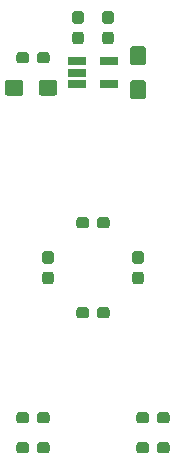
<source format=gbr>
G04 #@! TF.GenerationSoftware,KiCad,Pcbnew,(5.1.0)-1*
G04 #@! TF.CreationDate,2020-08-07T11:47:51-07:00*
G04 #@! TF.ProjectId,MAX7_Proto,4d415837-5f50-4726-9f74-6f2e6b696361,rev?*
G04 #@! TF.SameCoordinates,Original*
G04 #@! TF.FileFunction,Paste,Bot*
G04 #@! TF.FilePolarity,Positive*
%FSLAX46Y46*%
G04 Gerber Fmt 4.6, Leading zero omitted, Abs format (unit mm)*
G04 Created by KiCad (PCBNEW (5.1.0)-1) date 2020-08-07 11:47:51*
%MOMM*%
%LPD*%
G04 APERTURE LIST*
%ADD10C,0.100000*%
%ADD11C,0.950000*%
%ADD12C,1.350000*%
%ADD13R,1.560000X0.650000*%
G04 APERTURE END LIST*
D10*
G36*
X136595779Y-97316144D02*
G01*
X136618834Y-97319563D01*
X136641443Y-97325227D01*
X136663387Y-97333079D01*
X136684457Y-97343044D01*
X136704448Y-97355026D01*
X136723168Y-97368910D01*
X136740438Y-97384562D01*
X136756090Y-97401832D01*
X136769974Y-97420552D01*
X136781956Y-97440543D01*
X136791921Y-97461613D01*
X136799773Y-97483557D01*
X136805437Y-97506166D01*
X136808856Y-97529221D01*
X136810000Y-97552500D01*
X136810000Y-98027500D01*
X136808856Y-98050779D01*
X136805437Y-98073834D01*
X136799773Y-98096443D01*
X136791921Y-98118387D01*
X136781956Y-98139457D01*
X136769974Y-98159448D01*
X136756090Y-98178168D01*
X136740438Y-98195438D01*
X136723168Y-98211090D01*
X136704448Y-98224974D01*
X136684457Y-98236956D01*
X136663387Y-98246921D01*
X136641443Y-98254773D01*
X136618834Y-98260437D01*
X136595779Y-98263856D01*
X136572500Y-98265000D01*
X135997500Y-98265000D01*
X135974221Y-98263856D01*
X135951166Y-98260437D01*
X135928557Y-98254773D01*
X135906613Y-98246921D01*
X135885543Y-98236956D01*
X135865552Y-98224974D01*
X135846832Y-98211090D01*
X135829562Y-98195438D01*
X135813910Y-98178168D01*
X135800026Y-98159448D01*
X135788044Y-98139457D01*
X135778079Y-98118387D01*
X135770227Y-98096443D01*
X135764563Y-98073834D01*
X135761144Y-98050779D01*
X135760000Y-98027500D01*
X135760000Y-97552500D01*
X135761144Y-97529221D01*
X135764563Y-97506166D01*
X135770227Y-97483557D01*
X135778079Y-97461613D01*
X135788044Y-97440543D01*
X135800026Y-97420552D01*
X135813910Y-97401832D01*
X135829562Y-97384562D01*
X135846832Y-97368910D01*
X135865552Y-97355026D01*
X135885543Y-97343044D01*
X135906613Y-97333079D01*
X135928557Y-97325227D01*
X135951166Y-97319563D01*
X135974221Y-97316144D01*
X135997500Y-97315000D01*
X136572500Y-97315000D01*
X136595779Y-97316144D01*
X136595779Y-97316144D01*
G37*
D11*
X136285000Y-97790000D03*
D10*
G36*
X138345779Y-97316144D02*
G01*
X138368834Y-97319563D01*
X138391443Y-97325227D01*
X138413387Y-97333079D01*
X138434457Y-97343044D01*
X138454448Y-97355026D01*
X138473168Y-97368910D01*
X138490438Y-97384562D01*
X138506090Y-97401832D01*
X138519974Y-97420552D01*
X138531956Y-97440543D01*
X138541921Y-97461613D01*
X138549773Y-97483557D01*
X138555437Y-97506166D01*
X138558856Y-97529221D01*
X138560000Y-97552500D01*
X138560000Y-98027500D01*
X138558856Y-98050779D01*
X138555437Y-98073834D01*
X138549773Y-98096443D01*
X138541921Y-98118387D01*
X138531956Y-98139457D01*
X138519974Y-98159448D01*
X138506090Y-98178168D01*
X138490438Y-98195438D01*
X138473168Y-98211090D01*
X138454448Y-98224974D01*
X138434457Y-98236956D01*
X138413387Y-98246921D01*
X138391443Y-98254773D01*
X138368834Y-98260437D01*
X138345779Y-98263856D01*
X138322500Y-98265000D01*
X137747500Y-98265000D01*
X137724221Y-98263856D01*
X137701166Y-98260437D01*
X137678557Y-98254773D01*
X137656613Y-98246921D01*
X137635543Y-98236956D01*
X137615552Y-98224974D01*
X137596832Y-98211090D01*
X137579562Y-98195438D01*
X137563910Y-98178168D01*
X137550026Y-98159448D01*
X137538044Y-98139457D01*
X137528079Y-98118387D01*
X137520227Y-98096443D01*
X137514563Y-98073834D01*
X137511144Y-98050779D01*
X137510000Y-98027500D01*
X137510000Y-97552500D01*
X137511144Y-97529221D01*
X137514563Y-97506166D01*
X137520227Y-97483557D01*
X137528079Y-97461613D01*
X137538044Y-97440543D01*
X137550026Y-97420552D01*
X137563910Y-97401832D01*
X137579562Y-97384562D01*
X137596832Y-97368910D01*
X137615552Y-97355026D01*
X137635543Y-97343044D01*
X137656613Y-97333079D01*
X137678557Y-97325227D01*
X137701166Y-97319563D01*
X137724221Y-97316144D01*
X137747500Y-97315000D01*
X138322500Y-97315000D01*
X138345779Y-97316144D01*
X138345779Y-97316144D01*
G37*
D11*
X138035000Y-97790000D03*
D10*
G36*
X141230779Y-101951144D02*
G01*
X141253834Y-101954563D01*
X141276443Y-101960227D01*
X141298387Y-101968079D01*
X141319457Y-101978044D01*
X141339448Y-101990026D01*
X141358168Y-102003910D01*
X141375438Y-102019562D01*
X141391090Y-102036832D01*
X141404974Y-102055552D01*
X141416956Y-102075543D01*
X141426921Y-102096613D01*
X141434773Y-102118557D01*
X141440437Y-102141166D01*
X141443856Y-102164221D01*
X141445000Y-102187500D01*
X141445000Y-102762500D01*
X141443856Y-102785779D01*
X141440437Y-102808834D01*
X141434773Y-102831443D01*
X141426921Y-102853387D01*
X141416956Y-102874457D01*
X141404974Y-102894448D01*
X141391090Y-102913168D01*
X141375438Y-102930438D01*
X141358168Y-102946090D01*
X141339448Y-102959974D01*
X141319457Y-102971956D01*
X141298387Y-102981921D01*
X141276443Y-102989773D01*
X141253834Y-102995437D01*
X141230779Y-102998856D01*
X141207500Y-103000000D01*
X140732500Y-103000000D01*
X140709221Y-102998856D01*
X140686166Y-102995437D01*
X140663557Y-102989773D01*
X140641613Y-102981921D01*
X140620543Y-102971956D01*
X140600552Y-102959974D01*
X140581832Y-102946090D01*
X140564562Y-102930438D01*
X140548910Y-102913168D01*
X140535026Y-102894448D01*
X140523044Y-102874457D01*
X140513079Y-102853387D01*
X140505227Y-102831443D01*
X140499563Y-102808834D01*
X140496144Y-102785779D01*
X140495000Y-102762500D01*
X140495000Y-102187500D01*
X140496144Y-102164221D01*
X140499563Y-102141166D01*
X140505227Y-102118557D01*
X140513079Y-102096613D01*
X140523044Y-102075543D01*
X140535026Y-102055552D01*
X140548910Y-102036832D01*
X140564562Y-102019562D01*
X140581832Y-102003910D01*
X140600552Y-101990026D01*
X140620543Y-101978044D01*
X140641613Y-101968079D01*
X140663557Y-101960227D01*
X140686166Y-101954563D01*
X140709221Y-101951144D01*
X140732500Y-101950000D01*
X141207500Y-101950000D01*
X141230779Y-101951144D01*
X141230779Y-101951144D01*
G37*
D11*
X140970000Y-102475000D03*
D10*
G36*
X141230779Y-100201144D02*
G01*
X141253834Y-100204563D01*
X141276443Y-100210227D01*
X141298387Y-100218079D01*
X141319457Y-100228044D01*
X141339448Y-100240026D01*
X141358168Y-100253910D01*
X141375438Y-100269562D01*
X141391090Y-100286832D01*
X141404974Y-100305552D01*
X141416956Y-100325543D01*
X141426921Y-100346613D01*
X141434773Y-100368557D01*
X141440437Y-100391166D01*
X141443856Y-100414221D01*
X141445000Y-100437500D01*
X141445000Y-101012500D01*
X141443856Y-101035779D01*
X141440437Y-101058834D01*
X141434773Y-101081443D01*
X141426921Y-101103387D01*
X141416956Y-101124457D01*
X141404974Y-101144448D01*
X141391090Y-101163168D01*
X141375438Y-101180438D01*
X141358168Y-101196090D01*
X141339448Y-101209974D01*
X141319457Y-101221956D01*
X141298387Y-101231921D01*
X141276443Y-101239773D01*
X141253834Y-101245437D01*
X141230779Y-101248856D01*
X141207500Y-101250000D01*
X140732500Y-101250000D01*
X140709221Y-101248856D01*
X140686166Y-101245437D01*
X140663557Y-101239773D01*
X140641613Y-101231921D01*
X140620543Y-101221956D01*
X140600552Y-101209974D01*
X140581832Y-101196090D01*
X140564562Y-101180438D01*
X140548910Y-101163168D01*
X140535026Y-101144448D01*
X140523044Y-101124457D01*
X140513079Y-101103387D01*
X140505227Y-101081443D01*
X140499563Y-101058834D01*
X140496144Y-101035779D01*
X140495000Y-101012500D01*
X140495000Y-100437500D01*
X140496144Y-100414221D01*
X140499563Y-100391166D01*
X140505227Y-100368557D01*
X140513079Y-100346613D01*
X140523044Y-100325543D01*
X140535026Y-100305552D01*
X140548910Y-100286832D01*
X140564562Y-100269562D01*
X140581832Y-100253910D01*
X140600552Y-100240026D01*
X140620543Y-100228044D01*
X140641613Y-100218079D01*
X140663557Y-100210227D01*
X140686166Y-100204563D01*
X140709221Y-100201144D01*
X140732500Y-100200000D01*
X141207500Y-100200000D01*
X141230779Y-100201144D01*
X141230779Y-100201144D01*
G37*
D11*
X140970000Y-100725000D03*
D10*
G36*
X138690779Y-79881144D02*
G01*
X138713834Y-79884563D01*
X138736443Y-79890227D01*
X138758387Y-79898079D01*
X138779457Y-79908044D01*
X138799448Y-79920026D01*
X138818168Y-79933910D01*
X138835438Y-79949562D01*
X138851090Y-79966832D01*
X138864974Y-79985552D01*
X138876956Y-80005543D01*
X138886921Y-80026613D01*
X138894773Y-80048557D01*
X138900437Y-80071166D01*
X138903856Y-80094221D01*
X138905000Y-80117500D01*
X138905000Y-80692500D01*
X138903856Y-80715779D01*
X138900437Y-80738834D01*
X138894773Y-80761443D01*
X138886921Y-80783387D01*
X138876956Y-80804457D01*
X138864974Y-80824448D01*
X138851090Y-80843168D01*
X138835438Y-80860438D01*
X138818168Y-80876090D01*
X138799448Y-80889974D01*
X138779457Y-80901956D01*
X138758387Y-80911921D01*
X138736443Y-80919773D01*
X138713834Y-80925437D01*
X138690779Y-80928856D01*
X138667500Y-80930000D01*
X138192500Y-80930000D01*
X138169221Y-80928856D01*
X138146166Y-80925437D01*
X138123557Y-80919773D01*
X138101613Y-80911921D01*
X138080543Y-80901956D01*
X138060552Y-80889974D01*
X138041832Y-80876090D01*
X138024562Y-80860438D01*
X138008910Y-80843168D01*
X137995026Y-80824448D01*
X137983044Y-80804457D01*
X137973079Y-80783387D01*
X137965227Y-80761443D01*
X137959563Y-80738834D01*
X137956144Y-80715779D01*
X137955000Y-80692500D01*
X137955000Y-80117500D01*
X137956144Y-80094221D01*
X137959563Y-80071166D01*
X137965227Y-80048557D01*
X137973079Y-80026613D01*
X137983044Y-80005543D01*
X137995026Y-79985552D01*
X138008910Y-79966832D01*
X138024562Y-79949562D01*
X138041832Y-79933910D01*
X138060552Y-79920026D01*
X138080543Y-79908044D01*
X138101613Y-79898079D01*
X138123557Y-79890227D01*
X138146166Y-79884563D01*
X138169221Y-79881144D01*
X138192500Y-79880000D01*
X138667500Y-79880000D01*
X138690779Y-79881144D01*
X138690779Y-79881144D01*
G37*
D11*
X138430000Y-80405000D03*
D10*
G36*
X138690779Y-81631144D02*
G01*
X138713834Y-81634563D01*
X138736443Y-81640227D01*
X138758387Y-81648079D01*
X138779457Y-81658044D01*
X138799448Y-81670026D01*
X138818168Y-81683910D01*
X138835438Y-81699562D01*
X138851090Y-81716832D01*
X138864974Y-81735552D01*
X138876956Y-81755543D01*
X138886921Y-81776613D01*
X138894773Y-81798557D01*
X138900437Y-81821166D01*
X138903856Y-81844221D01*
X138905000Y-81867500D01*
X138905000Y-82442500D01*
X138903856Y-82465779D01*
X138900437Y-82488834D01*
X138894773Y-82511443D01*
X138886921Y-82533387D01*
X138876956Y-82554457D01*
X138864974Y-82574448D01*
X138851090Y-82593168D01*
X138835438Y-82610438D01*
X138818168Y-82626090D01*
X138799448Y-82639974D01*
X138779457Y-82651956D01*
X138758387Y-82661921D01*
X138736443Y-82669773D01*
X138713834Y-82675437D01*
X138690779Y-82678856D01*
X138667500Y-82680000D01*
X138192500Y-82680000D01*
X138169221Y-82678856D01*
X138146166Y-82675437D01*
X138123557Y-82669773D01*
X138101613Y-82661921D01*
X138080543Y-82651956D01*
X138060552Y-82639974D01*
X138041832Y-82626090D01*
X138024562Y-82610438D01*
X138008910Y-82593168D01*
X137995026Y-82574448D01*
X137983044Y-82554457D01*
X137973079Y-82533387D01*
X137965227Y-82511443D01*
X137959563Y-82488834D01*
X137956144Y-82465779D01*
X137955000Y-82442500D01*
X137955000Y-81867500D01*
X137956144Y-81844221D01*
X137959563Y-81821166D01*
X137965227Y-81798557D01*
X137973079Y-81776613D01*
X137983044Y-81755543D01*
X137995026Y-81735552D01*
X138008910Y-81716832D01*
X138024562Y-81699562D01*
X138041832Y-81683910D01*
X138060552Y-81670026D01*
X138080543Y-81658044D01*
X138101613Y-81648079D01*
X138123557Y-81640227D01*
X138146166Y-81634563D01*
X138169221Y-81631144D01*
X138192500Y-81630000D01*
X138667500Y-81630000D01*
X138690779Y-81631144D01*
X138690779Y-81631144D01*
G37*
D11*
X138430000Y-82155000D03*
D10*
G36*
X133265779Y-83346144D02*
G01*
X133288834Y-83349563D01*
X133311443Y-83355227D01*
X133333387Y-83363079D01*
X133354457Y-83373044D01*
X133374448Y-83385026D01*
X133393168Y-83398910D01*
X133410438Y-83414562D01*
X133426090Y-83431832D01*
X133439974Y-83450552D01*
X133451956Y-83470543D01*
X133461921Y-83491613D01*
X133469773Y-83513557D01*
X133475437Y-83536166D01*
X133478856Y-83559221D01*
X133480000Y-83582500D01*
X133480000Y-84057500D01*
X133478856Y-84080779D01*
X133475437Y-84103834D01*
X133469773Y-84126443D01*
X133461921Y-84148387D01*
X133451956Y-84169457D01*
X133439974Y-84189448D01*
X133426090Y-84208168D01*
X133410438Y-84225438D01*
X133393168Y-84241090D01*
X133374448Y-84254974D01*
X133354457Y-84266956D01*
X133333387Y-84276921D01*
X133311443Y-84284773D01*
X133288834Y-84290437D01*
X133265779Y-84293856D01*
X133242500Y-84295000D01*
X132667500Y-84295000D01*
X132644221Y-84293856D01*
X132621166Y-84290437D01*
X132598557Y-84284773D01*
X132576613Y-84276921D01*
X132555543Y-84266956D01*
X132535552Y-84254974D01*
X132516832Y-84241090D01*
X132499562Y-84225438D01*
X132483910Y-84208168D01*
X132470026Y-84189448D01*
X132458044Y-84169457D01*
X132448079Y-84148387D01*
X132440227Y-84126443D01*
X132434563Y-84103834D01*
X132431144Y-84080779D01*
X132430000Y-84057500D01*
X132430000Y-83582500D01*
X132431144Y-83559221D01*
X132434563Y-83536166D01*
X132440227Y-83513557D01*
X132448079Y-83491613D01*
X132458044Y-83470543D01*
X132470026Y-83450552D01*
X132483910Y-83431832D01*
X132499562Y-83414562D01*
X132516832Y-83398910D01*
X132535552Y-83385026D01*
X132555543Y-83373044D01*
X132576613Y-83363079D01*
X132598557Y-83355227D01*
X132621166Y-83349563D01*
X132644221Y-83346144D01*
X132667500Y-83345000D01*
X133242500Y-83345000D01*
X133265779Y-83346144D01*
X133265779Y-83346144D01*
G37*
D11*
X132955000Y-83820000D03*
D10*
G36*
X131515779Y-83346144D02*
G01*
X131538834Y-83349563D01*
X131561443Y-83355227D01*
X131583387Y-83363079D01*
X131604457Y-83373044D01*
X131624448Y-83385026D01*
X131643168Y-83398910D01*
X131660438Y-83414562D01*
X131676090Y-83431832D01*
X131689974Y-83450552D01*
X131701956Y-83470543D01*
X131711921Y-83491613D01*
X131719773Y-83513557D01*
X131725437Y-83536166D01*
X131728856Y-83559221D01*
X131730000Y-83582500D01*
X131730000Y-84057500D01*
X131728856Y-84080779D01*
X131725437Y-84103834D01*
X131719773Y-84126443D01*
X131711921Y-84148387D01*
X131701956Y-84169457D01*
X131689974Y-84189448D01*
X131676090Y-84208168D01*
X131660438Y-84225438D01*
X131643168Y-84241090D01*
X131624448Y-84254974D01*
X131604457Y-84266956D01*
X131583387Y-84276921D01*
X131561443Y-84284773D01*
X131538834Y-84290437D01*
X131515779Y-84293856D01*
X131492500Y-84295000D01*
X130917500Y-84295000D01*
X130894221Y-84293856D01*
X130871166Y-84290437D01*
X130848557Y-84284773D01*
X130826613Y-84276921D01*
X130805543Y-84266956D01*
X130785552Y-84254974D01*
X130766832Y-84241090D01*
X130749562Y-84225438D01*
X130733910Y-84208168D01*
X130720026Y-84189448D01*
X130708044Y-84169457D01*
X130698079Y-84148387D01*
X130690227Y-84126443D01*
X130684563Y-84103834D01*
X130681144Y-84080779D01*
X130680000Y-84057500D01*
X130680000Y-83582500D01*
X130681144Y-83559221D01*
X130684563Y-83536166D01*
X130690227Y-83513557D01*
X130698079Y-83491613D01*
X130708044Y-83470543D01*
X130720026Y-83450552D01*
X130733910Y-83431832D01*
X130749562Y-83414562D01*
X130766832Y-83398910D01*
X130785552Y-83385026D01*
X130805543Y-83373044D01*
X130826613Y-83363079D01*
X130848557Y-83355227D01*
X130871166Y-83349563D01*
X130894221Y-83346144D01*
X130917500Y-83345000D01*
X131492500Y-83345000D01*
X131515779Y-83346144D01*
X131515779Y-83346144D01*
G37*
D11*
X131205000Y-83820000D03*
D10*
G36*
X133610779Y-100201144D02*
G01*
X133633834Y-100204563D01*
X133656443Y-100210227D01*
X133678387Y-100218079D01*
X133699457Y-100228044D01*
X133719448Y-100240026D01*
X133738168Y-100253910D01*
X133755438Y-100269562D01*
X133771090Y-100286832D01*
X133784974Y-100305552D01*
X133796956Y-100325543D01*
X133806921Y-100346613D01*
X133814773Y-100368557D01*
X133820437Y-100391166D01*
X133823856Y-100414221D01*
X133825000Y-100437500D01*
X133825000Y-101012500D01*
X133823856Y-101035779D01*
X133820437Y-101058834D01*
X133814773Y-101081443D01*
X133806921Y-101103387D01*
X133796956Y-101124457D01*
X133784974Y-101144448D01*
X133771090Y-101163168D01*
X133755438Y-101180438D01*
X133738168Y-101196090D01*
X133719448Y-101209974D01*
X133699457Y-101221956D01*
X133678387Y-101231921D01*
X133656443Y-101239773D01*
X133633834Y-101245437D01*
X133610779Y-101248856D01*
X133587500Y-101250000D01*
X133112500Y-101250000D01*
X133089221Y-101248856D01*
X133066166Y-101245437D01*
X133043557Y-101239773D01*
X133021613Y-101231921D01*
X133000543Y-101221956D01*
X132980552Y-101209974D01*
X132961832Y-101196090D01*
X132944562Y-101180438D01*
X132928910Y-101163168D01*
X132915026Y-101144448D01*
X132903044Y-101124457D01*
X132893079Y-101103387D01*
X132885227Y-101081443D01*
X132879563Y-101058834D01*
X132876144Y-101035779D01*
X132875000Y-101012500D01*
X132875000Y-100437500D01*
X132876144Y-100414221D01*
X132879563Y-100391166D01*
X132885227Y-100368557D01*
X132893079Y-100346613D01*
X132903044Y-100325543D01*
X132915026Y-100305552D01*
X132928910Y-100286832D01*
X132944562Y-100269562D01*
X132961832Y-100253910D01*
X132980552Y-100240026D01*
X133000543Y-100228044D01*
X133021613Y-100218079D01*
X133043557Y-100210227D01*
X133066166Y-100204563D01*
X133089221Y-100201144D01*
X133112500Y-100200000D01*
X133587500Y-100200000D01*
X133610779Y-100201144D01*
X133610779Y-100201144D01*
G37*
D11*
X133350000Y-100725000D03*
D10*
G36*
X133610779Y-101951144D02*
G01*
X133633834Y-101954563D01*
X133656443Y-101960227D01*
X133678387Y-101968079D01*
X133699457Y-101978044D01*
X133719448Y-101990026D01*
X133738168Y-102003910D01*
X133755438Y-102019562D01*
X133771090Y-102036832D01*
X133784974Y-102055552D01*
X133796956Y-102075543D01*
X133806921Y-102096613D01*
X133814773Y-102118557D01*
X133820437Y-102141166D01*
X133823856Y-102164221D01*
X133825000Y-102187500D01*
X133825000Y-102762500D01*
X133823856Y-102785779D01*
X133820437Y-102808834D01*
X133814773Y-102831443D01*
X133806921Y-102853387D01*
X133796956Y-102874457D01*
X133784974Y-102894448D01*
X133771090Y-102913168D01*
X133755438Y-102930438D01*
X133738168Y-102946090D01*
X133719448Y-102959974D01*
X133699457Y-102971956D01*
X133678387Y-102981921D01*
X133656443Y-102989773D01*
X133633834Y-102995437D01*
X133610779Y-102998856D01*
X133587500Y-103000000D01*
X133112500Y-103000000D01*
X133089221Y-102998856D01*
X133066166Y-102995437D01*
X133043557Y-102989773D01*
X133021613Y-102981921D01*
X133000543Y-102971956D01*
X132980552Y-102959974D01*
X132961832Y-102946090D01*
X132944562Y-102930438D01*
X132928910Y-102913168D01*
X132915026Y-102894448D01*
X132903044Y-102874457D01*
X132893079Y-102853387D01*
X132885227Y-102831443D01*
X132879563Y-102808834D01*
X132876144Y-102785779D01*
X132875000Y-102762500D01*
X132875000Y-102187500D01*
X132876144Y-102164221D01*
X132879563Y-102141166D01*
X132885227Y-102118557D01*
X132893079Y-102096613D01*
X132903044Y-102075543D01*
X132915026Y-102055552D01*
X132928910Y-102036832D01*
X132944562Y-102019562D01*
X132961832Y-102003910D01*
X132980552Y-101990026D01*
X133000543Y-101978044D01*
X133021613Y-101968079D01*
X133043557Y-101960227D01*
X133066166Y-101954563D01*
X133089221Y-101951144D01*
X133112500Y-101950000D01*
X133587500Y-101950000D01*
X133610779Y-101951144D01*
X133610779Y-101951144D01*
G37*
D11*
X133350000Y-102475000D03*
D10*
G36*
X138345779Y-104936144D02*
G01*
X138368834Y-104939563D01*
X138391443Y-104945227D01*
X138413387Y-104953079D01*
X138434457Y-104963044D01*
X138454448Y-104975026D01*
X138473168Y-104988910D01*
X138490438Y-105004562D01*
X138506090Y-105021832D01*
X138519974Y-105040552D01*
X138531956Y-105060543D01*
X138541921Y-105081613D01*
X138549773Y-105103557D01*
X138555437Y-105126166D01*
X138558856Y-105149221D01*
X138560000Y-105172500D01*
X138560000Y-105647500D01*
X138558856Y-105670779D01*
X138555437Y-105693834D01*
X138549773Y-105716443D01*
X138541921Y-105738387D01*
X138531956Y-105759457D01*
X138519974Y-105779448D01*
X138506090Y-105798168D01*
X138490438Y-105815438D01*
X138473168Y-105831090D01*
X138454448Y-105844974D01*
X138434457Y-105856956D01*
X138413387Y-105866921D01*
X138391443Y-105874773D01*
X138368834Y-105880437D01*
X138345779Y-105883856D01*
X138322500Y-105885000D01*
X137747500Y-105885000D01*
X137724221Y-105883856D01*
X137701166Y-105880437D01*
X137678557Y-105874773D01*
X137656613Y-105866921D01*
X137635543Y-105856956D01*
X137615552Y-105844974D01*
X137596832Y-105831090D01*
X137579562Y-105815438D01*
X137563910Y-105798168D01*
X137550026Y-105779448D01*
X137538044Y-105759457D01*
X137528079Y-105738387D01*
X137520227Y-105716443D01*
X137514563Y-105693834D01*
X137511144Y-105670779D01*
X137510000Y-105647500D01*
X137510000Y-105172500D01*
X137511144Y-105149221D01*
X137514563Y-105126166D01*
X137520227Y-105103557D01*
X137528079Y-105081613D01*
X137538044Y-105060543D01*
X137550026Y-105040552D01*
X137563910Y-105021832D01*
X137579562Y-105004562D01*
X137596832Y-104988910D01*
X137615552Y-104975026D01*
X137635543Y-104963044D01*
X137656613Y-104953079D01*
X137678557Y-104945227D01*
X137701166Y-104939563D01*
X137724221Y-104936144D01*
X137747500Y-104935000D01*
X138322500Y-104935000D01*
X138345779Y-104936144D01*
X138345779Y-104936144D01*
G37*
D11*
X138035000Y-105410000D03*
D10*
G36*
X136595779Y-104936144D02*
G01*
X136618834Y-104939563D01*
X136641443Y-104945227D01*
X136663387Y-104953079D01*
X136684457Y-104963044D01*
X136704448Y-104975026D01*
X136723168Y-104988910D01*
X136740438Y-105004562D01*
X136756090Y-105021832D01*
X136769974Y-105040552D01*
X136781956Y-105060543D01*
X136791921Y-105081613D01*
X136799773Y-105103557D01*
X136805437Y-105126166D01*
X136808856Y-105149221D01*
X136810000Y-105172500D01*
X136810000Y-105647500D01*
X136808856Y-105670779D01*
X136805437Y-105693834D01*
X136799773Y-105716443D01*
X136791921Y-105738387D01*
X136781956Y-105759457D01*
X136769974Y-105779448D01*
X136756090Y-105798168D01*
X136740438Y-105815438D01*
X136723168Y-105831090D01*
X136704448Y-105844974D01*
X136684457Y-105856956D01*
X136663387Y-105866921D01*
X136641443Y-105874773D01*
X136618834Y-105880437D01*
X136595779Y-105883856D01*
X136572500Y-105885000D01*
X135997500Y-105885000D01*
X135974221Y-105883856D01*
X135951166Y-105880437D01*
X135928557Y-105874773D01*
X135906613Y-105866921D01*
X135885543Y-105856956D01*
X135865552Y-105844974D01*
X135846832Y-105831090D01*
X135829562Y-105815438D01*
X135813910Y-105798168D01*
X135800026Y-105779448D01*
X135788044Y-105759457D01*
X135778079Y-105738387D01*
X135770227Y-105716443D01*
X135764563Y-105693834D01*
X135761144Y-105670779D01*
X135760000Y-105647500D01*
X135760000Y-105172500D01*
X135761144Y-105149221D01*
X135764563Y-105126166D01*
X135770227Y-105103557D01*
X135778079Y-105081613D01*
X135788044Y-105060543D01*
X135800026Y-105040552D01*
X135813910Y-105021832D01*
X135829562Y-105004562D01*
X135846832Y-104988910D01*
X135865552Y-104975026D01*
X135885543Y-104963044D01*
X135906613Y-104953079D01*
X135928557Y-104945227D01*
X135951166Y-104939563D01*
X135974221Y-104936144D01*
X135997500Y-104935000D01*
X136572500Y-104935000D01*
X136595779Y-104936144D01*
X136595779Y-104936144D01*
G37*
D11*
X136285000Y-105410000D03*
D10*
G36*
X136150779Y-81631144D02*
G01*
X136173834Y-81634563D01*
X136196443Y-81640227D01*
X136218387Y-81648079D01*
X136239457Y-81658044D01*
X136259448Y-81670026D01*
X136278168Y-81683910D01*
X136295438Y-81699562D01*
X136311090Y-81716832D01*
X136324974Y-81735552D01*
X136336956Y-81755543D01*
X136346921Y-81776613D01*
X136354773Y-81798557D01*
X136360437Y-81821166D01*
X136363856Y-81844221D01*
X136365000Y-81867500D01*
X136365000Y-82442500D01*
X136363856Y-82465779D01*
X136360437Y-82488834D01*
X136354773Y-82511443D01*
X136346921Y-82533387D01*
X136336956Y-82554457D01*
X136324974Y-82574448D01*
X136311090Y-82593168D01*
X136295438Y-82610438D01*
X136278168Y-82626090D01*
X136259448Y-82639974D01*
X136239457Y-82651956D01*
X136218387Y-82661921D01*
X136196443Y-82669773D01*
X136173834Y-82675437D01*
X136150779Y-82678856D01*
X136127500Y-82680000D01*
X135652500Y-82680000D01*
X135629221Y-82678856D01*
X135606166Y-82675437D01*
X135583557Y-82669773D01*
X135561613Y-82661921D01*
X135540543Y-82651956D01*
X135520552Y-82639974D01*
X135501832Y-82626090D01*
X135484562Y-82610438D01*
X135468910Y-82593168D01*
X135455026Y-82574448D01*
X135443044Y-82554457D01*
X135433079Y-82533387D01*
X135425227Y-82511443D01*
X135419563Y-82488834D01*
X135416144Y-82465779D01*
X135415000Y-82442500D01*
X135415000Y-81867500D01*
X135416144Y-81844221D01*
X135419563Y-81821166D01*
X135425227Y-81798557D01*
X135433079Y-81776613D01*
X135443044Y-81755543D01*
X135455026Y-81735552D01*
X135468910Y-81716832D01*
X135484562Y-81699562D01*
X135501832Y-81683910D01*
X135520552Y-81670026D01*
X135540543Y-81658044D01*
X135561613Y-81648079D01*
X135583557Y-81640227D01*
X135606166Y-81634563D01*
X135629221Y-81631144D01*
X135652500Y-81630000D01*
X136127500Y-81630000D01*
X136150779Y-81631144D01*
X136150779Y-81631144D01*
G37*
D11*
X135890000Y-82155000D03*
D10*
G36*
X136150779Y-79881144D02*
G01*
X136173834Y-79884563D01*
X136196443Y-79890227D01*
X136218387Y-79898079D01*
X136239457Y-79908044D01*
X136259448Y-79920026D01*
X136278168Y-79933910D01*
X136295438Y-79949562D01*
X136311090Y-79966832D01*
X136324974Y-79985552D01*
X136336956Y-80005543D01*
X136346921Y-80026613D01*
X136354773Y-80048557D01*
X136360437Y-80071166D01*
X136363856Y-80094221D01*
X136365000Y-80117500D01*
X136365000Y-80692500D01*
X136363856Y-80715779D01*
X136360437Y-80738834D01*
X136354773Y-80761443D01*
X136346921Y-80783387D01*
X136336956Y-80804457D01*
X136324974Y-80824448D01*
X136311090Y-80843168D01*
X136295438Y-80860438D01*
X136278168Y-80876090D01*
X136259448Y-80889974D01*
X136239457Y-80901956D01*
X136218387Y-80911921D01*
X136196443Y-80919773D01*
X136173834Y-80925437D01*
X136150779Y-80928856D01*
X136127500Y-80930000D01*
X135652500Y-80930000D01*
X135629221Y-80928856D01*
X135606166Y-80925437D01*
X135583557Y-80919773D01*
X135561613Y-80911921D01*
X135540543Y-80901956D01*
X135520552Y-80889974D01*
X135501832Y-80876090D01*
X135484562Y-80860438D01*
X135468910Y-80843168D01*
X135455026Y-80824448D01*
X135443044Y-80804457D01*
X135433079Y-80783387D01*
X135425227Y-80761443D01*
X135419563Y-80738834D01*
X135416144Y-80715779D01*
X135415000Y-80692500D01*
X135415000Y-80117500D01*
X135416144Y-80094221D01*
X135419563Y-80071166D01*
X135425227Y-80048557D01*
X135433079Y-80026613D01*
X135443044Y-80005543D01*
X135455026Y-79985552D01*
X135468910Y-79966832D01*
X135484562Y-79949562D01*
X135501832Y-79933910D01*
X135520552Y-79920026D01*
X135540543Y-79908044D01*
X135561613Y-79898079D01*
X135583557Y-79890227D01*
X135606166Y-79884563D01*
X135629221Y-79881144D01*
X135652500Y-79880000D01*
X136127500Y-79880000D01*
X136150779Y-79881144D01*
X136150779Y-79881144D01*
G37*
D11*
X135890000Y-80405000D03*
D10*
G36*
X133912005Y-85686204D02*
G01*
X133936273Y-85689804D01*
X133960072Y-85695765D01*
X133983171Y-85704030D01*
X134005350Y-85714520D01*
X134026393Y-85727132D01*
X134046099Y-85741747D01*
X134064277Y-85758223D01*
X134080753Y-85776401D01*
X134095368Y-85796107D01*
X134107980Y-85817150D01*
X134118470Y-85839329D01*
X134126735Y-85862428D01*
X134132696Y-85886227D01*
X134136296Y-85910495D01*
X134137500Y-85934999D01*
X134137500Y-86785001D01*
X134136296Y-86809505D01*
X134132696Y-86833773D01*
X134126735Y-86857572D01*
X134118470Y-86880671D01*
X134107980Y-86902850D01*
X134095368Y-86923893D01*
X134080753Y-86943599D01*
X134064277Y-86961777D01*
X134046099Y-86978253D01*
X134026393Y-86992868D01*
X134005350Y-87005480D01*
X133983171Y-87015970D01*
X133960072Y-87024235D01*
X133936273Y-87030196D01*
X133912005Y-87033796D01*
X133887501Y-87035000D01*
X132812499Y-87035000D01*
X132787995Y-87033796D01*
X132763727Y-87030196D01*
X132739928Y-87024235D01*
X132716829Y-87015970D01*
X132694650Y-87005480D01*
X132673607Y-86992868D01*
X132653901Y-86978253D01*
X132635723Y-86961777D01*
X132619247Y-86943599D01*
X132604632Y-86923893D01*
X132592020Y-86902850D01*
X132581530Y-86880671D01*
X132573265Y-86857572D01*
X132567304Y-86833773D01*
X132563704Y-86809505D01*
X132562500Y-86785001D01*
X132562500Y-85934999D01*
X132563704Y-85910495D01*
X132567304Y-85886227D01*
X132573265Y-85862428D01*
X132581530Y-85839329D01*
X132592020Y-85817150D01*
X132604632Y-85796107D01*
X132619247Y-85776401D01*
X132635723Y-85758223D01*
X132653901Y-85741747D01*
X132673607Y-85727132D01*
X132694650Y-85714520D01*
X132716829Y-85704030D01*
X132739928Y-85695765D01*
X132763727Y-85689804D01*
X132787995Y-85686204D01*
X132812499Y-85685000D01*
X133887501Y-85685000D01*
X133912005Y-85686204D01*
X133912005Y-85686204D01*
G37*
D12*
X133350000Y-86360000D03*
D10*
G36*
X131037005Y-85686204D02*
G01*
X131061273Y-85689804D01*
X131085072Y-85695765D01*
X131108171Y-85704030D01*
X131130350Y-85714520D01*
X131151393Y-85727132D01*
X131171099Y-85741747D01*
X131189277Y-85758223D01*
X131205753Y-85776401D01*
X131220368Y-85796107D01*
X131232980Y-85817150D01*
X131243470Y-85839329D01*
X131251735Y-85862428D01*
X131257696Y-85886227D01*
X131261296Y-85910495D01*
X131262500Y-85934999D01*
X131262500Y-86785001D01*
X131261296Y-86809505D01*
X131257696Y-86833773D01*
X131251735Y-86857572D01*
X131243470Y-86880671D01*
X131232980Y-86902850D01*
X131220368Y-86923893D01*
X131205753Y-86943599D01*
X131189277Y-86961777D01*
X131171099Y-86978253D01*
X131151393Y-86992868D01*
X131130350Y-87005480D01*
X131108171Y-87015970D01*
X131085072Y-87024235D01*
X131061273Y-87030196D01*
X131037005Y-87033796D01*
X131012501Y-87035000D01*
X129937499Y-87035000D01*
X129912995Y-87033796D01*
X129888727Y-87030196D01*
X129864928Y-87024235D01*
X129841829Y-87015970D01*
X129819650Y-87005480D01*
X129798607Y-86992868D01*
X129778901Y-86978253D01*
X129760723Y-86961777D01*
X129744247Y-86943599D01*
X129729632Y-86923893D01*
X129717020Y-86902850D01*
X129706530Y-86880671D01*
X129698265Y-86857572D01*
X129692304Y-86833773D01*
X129688704Y-86809505D01*
X129687500Y-86785001D01*
X129687500Y-85934999D01*
X129688704Y-85910495D01*
X129692304Y-85886227D01*
X129698265Y-85862428D01*
X129706530Y-85839329D01*
X129717020Y-85817150D01*
X129729632Y-85796107D01*
X129744247Y-85776401D01*
X129760723Y-85758223D01*
X129778901Y-85741747D01*
X129798607Y-85727132D01*
X129819650Y-85714520D01*
X129841829Y-85704030D01*
X129864928Y-85695765D01*
X129888727Y-85689804D01*
X129912995Y-85686204D01*
X129937499Y-85685000D01*
X131012501Y-85685000D01*
X131037005Y-85686204D01*
X131037005Y-85686204D01*
G37*
D12*
X130475000Y-86360000D03*
D10*
G36*
X141419505Y-82866204D02*
G01*
X141443773Y-82869804D01*
X141467572Y-82875765D01*
X141490671Y-82884030D01*
X141512850Y-82894520D01*
X141533893Y-82907132D01*
X141553599Y-82921747D01*
X141571777Y-82938223D01*
X141588253Y-82956401D01*
X141602868Y-82976107D01*
X141615480Y-82997150D01*
X141625970Y-83019329D01*
X141634235Y-83042428D01*
X141640196Y-83066227D01*
X141643796Y-83090495D01*
X141645000Y-83114999D01*
X141645000Y-84190001D01*
X141643796Y-84214505D01*
X141640196Y-84238773D01*
X141634235Y-84262572D01*
X141625970Y-84285671D01*
X141615480Y-84307850D01*
X141602868Y-84328893D01*
X141588253Y-84348599D01*
X141571777Y-84366777D01*
X141553599Y-84383253D01*
X141533893Y-84397868D01*
X141512850Y-84410480D01*
X141490671Y-84420970D01*
X141467572Y-84429235D01*
X141443773Y-84435196D01*
X141419505Y-84438796D01*
X141395001Y-84440000D01*
X140544999Y-84440000D01*
X140520495Y-84438796D01*
X140496227Y-84435196D01*
X140472428Y-84429235D01*
X140449329Y-84420970D01*
X140427150Y-84410480D01*
X140406107Y-84397868D01*
X140386401Y-84383253D01*
X140368223Y-84366777D01*
X140351747Y-84348599D01*
X140337132Y-84328893D01*
X140324520Y-84307850D01*
X140314030Y-84285671D01*
X140305765Y-84262572D01*
X140299804Y-84238773D01*
X140296204Y-84214505D01*
X140295000Y-84190001D01*
X140295000Y-83114999D01*
X140296204Y-83090495D01*
X140299804Y-83066227D01*
X140305765Y-83042428D01*
X140314030Y-83019329D01*
X140324520Y-82997150D01*
X140337132Y-82976107D01*
X140351747Y-82956401D01*
X140368223Y-82938223D01*
X140386401Y-82921747D01*
X140406107Y-82907132D01*
X140427150Y-82894520D01*
X140449329Y-82884030D01*
X140472428Y-82875765D01*
X140496227Y-82869804D01*
X140520495Y-82866204D01*
X140544999Y-82865000D01*
X141395001Y-82865000D01*
X141419505Y-82866204D01*
X141419505Y-82866204D01*
G37*
D12*
X140970000Y-83652500D03*
D10*
G36*
X141419505Y-85741204D02*
G01*
X141443773Y-85744804D01*
X141467572Y-85750765D01*
X141490671Y-85759030D01*
X141512850Y-85769520D01*
X141533893Y-85782132D01*
X141553599Y-85796747D01*
X141571777Y-85813223D01*
X141588253Y-85831401D01*
X141602868Y-85851107D01*
X141615480Y-85872150D01*
X141625970Y-85894329D01*
X141634235Y-85917428D01*
X141640196Y-85941227D01*
X141643796Y-85965495D01*
X141645000Y-85989999D01*
X141645000Y-87065001D01*
X141643796Y-87089505D01*
X141640196Y-87113773D01*
X141634235Y-87137572D01*
X141625970Y-87160671D01*
X141615480Y-87182850D01*
X141602868Y-87203893D01*
X141588253Y-87223599D01*
X141571777Y-87241777D01*
X141553599Y-87258253D01*
X141533893Y-87272868D01*
X141512850Y-87285480D01*
X141490671Y-87295970D01*
X141467572Y-87304235D01*
X141443773Y-87310196D01*
X141419505Y-87313796D01*
X141395001Y-87315000D01*
X140544999Y-87315000D01*
X140520495Y-87313796D01*
X140496227Y-87310196D01*
X140472428Y-87304235D01*
X140449329Y-87295970D01*
X140427150Y-87285480D01*
X140406107Y-87272868D01*
X140386401Y-87258253D01*
X140368223Y-87241777D01*
X140351747Y-87223599D01*
X140337132Y-87203893D01*
X140324520Y-87182850D01*
X140314030Y-87160671D01*
X140305765Y-87137572D01*
X140299804Y-87113773D01*
X140296204Y-87089505D01*
X140295000Y-87065001D01*
X140295000Y-85989999D01*
X140296204Y-85965495D01*
X140299804Y-85941227D01*
X140305765Y-85917428D01*
X140314030Y-85894329D01*
X140324520Y-85872150D01*
X140337132Y-85851107D01*
X140351747Y-85831401D01*
X140368223Y-85813223D01*
X140386401Y-85796747D01*
X140406107Y-85782132D01*
X140427150Y-85769520D01*
X140449329Y-85759030D01*
X140472428Y-85750765D01*
X140496227Y-85744804D01*
X140520495Y-85741204D01*
X140544999Y-85740000D01*
X141395001Y-85740000D01*
X141419505Y-85741204D01*
X141419505Y-85741204D01*
G37*
D12*
X140970000Y-86527500D03*
D10*
G36*
X141675779Y-116366144D02*
G01*
X141698834Y-116369563D01*
X141721443Y-116375227D01*
X141743387Y-116383079D01*
X141764457Y-116393044D01*
X141784448Y-116405026D01*
X141803168Y-116418910D01*
X141820438Y-116434562D01*
X141836090Y-116451832D01*
X141849974Y-116470552D01*
X141861956Y-116490543D01*
X141871921Y-116511613D01*
X141879773Y-116533557D01*
X141885437Y-116556166D01*
X141888856Y-116579221D01*
X141890000Y-116602500D01*
X141890000Y-117077500D01*
X141888856Y-117100779D01*
X141885437Y-117123834D01*
X141879773Y-117146443D01*
X141871921Y-117168387D01*
X141861956Y-117189457D01*
X141849974Y-117209448D01*
X141836090Y-117228168D01*
X141820438Y-117245438D01*
X141803168Y-117261090D01*
X141784448Y-117274974D01*
X141764457Y-117286956D01*
X141743387Y-117296921D01*
X141721443Y-117304773D01*
X141698834Y-117310437D01*
X141675779Y-117313856D01*
X141652500Y-117315000D01*
X141077500Y-117315000D01*
X141054221Y-117313856D01*
X141031166Y-117310437D01*
X141008557Y-117304773D01*
X140986613Y-117296921D01*
X140965543Y-117286956D01*
X140945552Y-117274974D01*
X140926832Y-117261090D01*
X140909562Y-117245438D01*
X140893910Y-117228168D01*
X140880026Y-117209448D01*
X140868044Y-117189457D01*
X140858079Y-117168387D01*
X140850227Y-117146443D01*
X140844563Y-117123834D01*
X140841144Y-117100779D01*
X140840000Y-117077500D01*
X140840000Y-116602500D01*
X140841144Y-116579221D01*
X140844563Y-116556166D01*
X140850227Y-116533557D01*
X140858079Y-116511613D01*
X140868044Y-116490543D01*
X140880026Y-116470552D01*
X140893910Y-116451832D01*
X140909562Y-116434562D01*
X140926832Y-116418910D01*
X140945552Y-116405026D01*
X140965543Y-116393044D01*
X140986613Y-116383079D01*
X141008557Y-116375227D01*
X141031166Y-116369563D01*
X141054221Y-116366144D01*
X141077500Y-116365000D01*
X141652500Y-116365000D01*
X141675779Y-116366144D01*
X141675779Y-116366144D01*
G37*
D11*
X141365000Y-116840000D03*
D10*
G36*
X143425779Y-116366144D02*
G01*
X143448834Y-116369563D01*
X143471443Y-116375227D01*
X143493387Y-116383079D01*
X143514457Y-116393044D01*
X143534448Y-116405026D01*
X143553168Y-116418910D01*
X143570438Y-116434562D01*
X143586090Y-116451832D01*
X143599974Y-116470552D01*
X143611956Y-116490543D01*
X143621921Y-116511613D01*
X143629773Y-116533557D01*
X143635437Y-116556166D01*
X143638856Y-116579221D01*
X143640000Y-116602500D01*
X143640000Y-117077500D01*
X143638856Y-117100779D01*
X143635437Y-117123834D01*
X143629773Y-117146443D01*
X143621921Y-117168387D01*
X143611956Y-117189457D01*
X143599974Y-117209448D01*
X143586090Y-117228168D01*
X143570438Y-117245438D01*
X143553168Y-117261090D01*
X143534448Y-117274974D01*
X143514457Y-117286956D01*
X143493387Y-117296921D01*
X143471443Y-117304773D01*
X143448834Y-117310437D01*
X143425779Y-117313856D01*
X143402500Y-117315000D01*
X142827500Y-117315000D01*
X142804221Y-117313856D01*
X142781166Y-117310437D01*
X142758557Y-117304773D01*
X142736613Y-117296921D01*
X142715543Y-117286956D01*
X142695552Y-117274974D01*
X142676832Y-117261090D01*
X142659562Y-117245438D01*
X142643910Y-117228168D01*
X142630026Y-117209448D01*
X142618044Y-117189457D01*
X142608079Y-117168387D01*
X142600227Y-117146443D01*
X142594563Y-117123834D01*
X142591144Y-117100779D01*
X142590000Y-117077500D01*
X142590000Y-116602500D01*
X142591144Y-116579221D01*
X142594563Y-116556166D01*
X142600227Y-116533557D01*
X142608079Y-116511613D01*
X142618044Y-116490543D01*
X142630026Y-116470552D01*
X142643910Y-116451832D01*
X142659562Y-116434562D01*
X142676832Y-116418910D01*
X142695552Y-116405026D01*
X142715543Y-116393044D01*
X142736613Y-116383079D01*
X142758557Y-116375227D01*
X142781166Y-116369563D01*
X142804221Y-116366144D01*
X142827500Y-116365000D01*
X143402500Y-116365000D01*
X143425779Y-116366144D01*
X143425779Y-116366144D01*
G37*
D11*
X143115000Y-116840000D03*
D10*
G36*
X141675779Y-113826144D02*
G01*
X141698834Y-113829563D01*
X141721443Y-113835227D01*
X141743387Y-113843079D01*
X141764457Y-113853044D01*
X141784448Y-113865026D01*
X141803168Y-113878910D01*
X141820438Y-113894562D01*
X141836090Y-113911832D01*
X141849974Y-113930552D01*
X141861956Y-113950543D01*
X141871921Y-113971613D01*
X141879773Y-113993557D01*
X141885437Y-114016166D01*
X141888856Y-114039221D01*
X141890000Y-114062500D01*
X141890000Y-114537500D01*
X141888856Y-114560779D01*
X141885437Y-114583834D01*
X141879773Y-114606443D01*
X141871921Y-114628387D01*
X141861956Y-114649457D01*
X141849974Y-114669448D01*
X141836090Y-114688168D01*
X141820438Y-114705438D01*
X141803168Y-114721090D01*
X141784448Y-114734974D01*
X141764457Y-114746956D01*
X141743387Y-114756921D01*
X141721443Y-114764773D01*
X141698834Y-114770437D01*
X141675779Y-114773856D01*
X141652500Y-114775000D01*
X141077500Y-114775000D01*
X141054221Y-114773856D01*
X141031166Y-114770437D01*
X141008557Y-114764773D01*
X140986613Y-114756921D01*
X140965543Y-114746956D01*
X140945552Y-114734974D01*
X140926832Y-114721090D01*
X140909562Y-114705438D01*
X140893910Y-114688168D01*
X140880026Y-114669448D01*
X140868044Y-114649457D01*
X140858079Y-114628387D01*
X140850227Y-114606443D01*
X140844563Y-114583834D01*
X140841144Y-114560779D01*
X140840000Y-114537500D01*
X140840000Y-114062500D01*
X140841144Y-114039221D01*
X140844563Y-114016166D01*
X140850227Y-113993557D01*
X140858079Y-113971613D01*
X140868044Y-113950543D01*
X140880026Y-113930552D01*
X140893910Y-113911832D01*
X140909562Y-113894562D01*
X140926832Y-113878910D01*
X140945552Y-113865026D01*
X140965543Y-113853044D01*
X140986613Y-113843079D01*
X141008557Y-113835227D01*
X141031166Y-113829563D01*
X141054221Y-113826144D01*
X141077500Y-113825000D01*
X141652500Y-113825000D01*
X141675779Y-113826144D01*
X141675779Y-113826144D01*
G37*
D11*
X141365000Y-114300000D03*
D10*
G36*
X143425779Y-113826144D02*
G01*
X143448834Y-113829563D01*
X143471443Y-113835227D01*
X143493387Y-113843079D01*
X143514457Y-113853044D01*
X143534448Y-113865026D01*
X143553168Y-113878910D01*
X143570438Y-113894562D01*
X143586090Y-113911832D01*
X143599974Y-113930552D01*
X143611956Y-113950543D01*
X143621921Y-113971613D01*
X143629773Y-113993557D01*
X143635437Y-114016166D01*
X143638856Y-114039221D01*
X143640000Y-114062500D01*
X143640000Y-114537500D01*
X143638856Y-114560779D01*
X143635437Y-114583834D01*
X143629773Y-114606443D01*
X143621921Y-114628387D01*
X143611956Y-114649457D01*
X143599974Y-114669448D01*
X143586090Y-114688168D01*
X143570438Y-114705438D01*
X143553168Y-114721090D01*
X143534448Y-114734974D01*
X143514457Y-114746956D01*
X143493387Y-114756921D01*
X143471443Y-114764773D01*
X143448834Y-114770437D01*
X143425779Y-114773856D01*
X143402500Y-114775000D01*
X142827500Y-114775000D01*
X142804221Y-114773856D01*
X142781166Y-114770437D01*
X142758557Y-114764773D01*
X142736613Y-114756921D01*
X142715543Y-114746956D01*
X142695552Y-114734974D01*
X142676832Y-114721090D01*
X142659562Y-114705438D01*
X142643910Y-114688168D01*
X142630026Y-114669448D01*
X142618044Y-114649457D01*
X142608079Y-114628387D01*
X142600227Y-114606443D01*
X142594563Y-114583834D01*
X142591144Y-114560779D01*
X142590000Y-114537500D01*
X142590000Y-114062500D01*
X142591144Y-114039221D01*
X142594563Y-114016166D01*
X142600227Y-113993557D01*
X142608079Y-113971613D01*
X142618044Y-113950543D01*
X142630026Y-113930552D01*
X142643910Y-113911832D01*
X142659562Y-113894562D01*
X142676832Y-113878910D01*
X142695552Y-113865026D01*
X142715543Y-113853044D01*
X142736613Y-113843079D01*
X142758557Y-113835227D01*
X142781166Y-113829563D01*
X142804221Y-113826144D01*
X142827500Y-113825000D01*
X143402500Y-113825000D01*
X143425779Y-113826144D01*
X143425779Y-113826144D01*
G37*
D11*
X143115000Y-114300000D03*
D10*
G36*
X131515779Y-113826144D02*
G01*
X131538834Y-113829563D01*
X131561443Y-113835227D01*
X131583387Y-113843079D01*
X131604457Y-113853044D01*
X131624448Y-113865026D01*
X131643168Y-113878910D01*
X131660438Y-113894562D01*
X131676090Y-113911832D01*
X131689974Y-113930552D01*
X131701956Y-113950543D01*
X131711921Y-113971613D01*
X131719773Y-113993557D01*
X131725437Y-114016166D01*
X131728856Y-114039221D01*
X131730000Y-114062500D01*
X131730000Y-114537500D01*
X131728856Y-114560779D01*
X131725437Y-114583834D01*
X131719773Y-114606443D01*
X131711921Y-114628387D01*
X131701956Y-114649457D01*
X131689974Y-114669448D01*
X131676090Y-114688168D01*
X131660438Y-114705438D01*
X131643168Y-114721090D01*
X131624448Y-114734974D01*
X131604457Y-114746956D01*
X131583387Y-114756921D01*
X131561443Y-114764773D01*
X131538834Y-114770437D01*
X131515779Y-114773856D01*
X131492500Y-114775000D01*
X130917500Y-114775000D01*
X130894221Y-114773856D01*
X130871166Y-114770437D01*
X130848557Y-114764773D01*
X130826613Y-114756921D01*
X130805543Y-114746956D01*
X130785552Y-114734974D01*
X130766832Y-114721090D01*
X130749562Y-114705438D01*
X130733910Y-114688168D01*
X130720026Y-114669448D01*
X130708044Y-114649457D01*
X130698079Y-114628387D01*
X130690227Y-114606443D01*
X130684563Y-114583834D01*
X130681144Y-114560779D01*
X130680000Y-114537500D01*
X130680000Y-114062500D01*
X130681144Y-114039221D01*
X130684563Y-114016166D01*
X130690227Y-113993557D01*
X130698079Y-113971613D01*
X130708044Y-113950543D01*
X130720026Y-113930552D01*
X130733910Y-113911832D01*
X130749562Y-113894562D01*
X130766832Y-113878910D01*
X130785552Y-113865026D01*
X130805543Y-113853044D01*
X130826613Y-113843079D01*
X130848557Y-113835227D01*
X130871166Y-113829563D01*
X130894221Y-113826144D01*
X130917500Y-113825000D01*
X131492500Y-113825000D01*
X131515779Y-113826144D01*
X131515779Y-113826144D01*
G37*
D11*
X131205000Y-114300000D03*
D10*
G36*
X133265779Y-113826144D02*
G01*
X133288834Y-113829563D01*
X133311443Y-113835227D01*
X133333387Y-113843079D01*
X133354457Y-113853044D01*
X133374448Y-113865026D01*
X133393168Y-113878910D01*
X133410438Y-113894562D01*
X133426090Y-113911832D01*
X133439974Y-113930552D01*
X133451956Y-113950543D01*
X133461921Y-113971613D01*
X133469773Y-113993557D01*
X133475437Y-114016166D01*
X133478856Y-114039221D01*
X133480000Y-114062500D01*
X133480000Y-114537500D01*
X133478856Y-114560779D01*
X133475437Y-114583834D01*
X133469773Y-114606443D01*
X133461921Y-114628387D01*
X133451956Y-114649457D01*
X133439974Y-114669448D01*
X133426090Y-114688168D01*
X133410438Y-114705438D01*
X133393168Y-114721090D01*
X133374448Y-114734974D01*
X133354457Y-114746956D01*
X133333387Y-114756921D01*
X133311443Y-114764773D01*
X133288834Y-114770437D01*
X133265779Y-114773856D01*
X133242500Y-114775000D01*
X132667500Y-114775000D01*
X132644221Y-114773856D01*
X132621166Y-114770437D01*
X132598557Y-114764773D01*
X132576613Y-114756921D01*
X132555543Y-114746956D01*
X132535552Y-114734974D01*
X132516832Y-114721090D01*
X132499562Y-114705438D01*
X132483910Y-114688168D01*
X132470026Y-114669448D01*
X132458044Y-114649457D01*
X132448079Y-114628387D01*
X132440227Y-114606443D01*
X132434563Y-114583834D01*
X132431144Y-114560779D01*
X132430000Y-114537500D01*
X132430000Y-114062500D01*
X132431144Y-114039221D01*
X132434563Y-114016166D01*
X132440227Y-113993557D01*
X132448079Y-113971613D01*
X132458044Y-113950543D01*
X132470026Y-113930552D01*
X132483910Y-113911832D01*
X132499562Y-113894562D01*
X132516832Y-113878910D01*
X132535552Y-113865026D01*
X132555543Y-113853044D01*
X132576613Y-113843079D01*
X132598557Y-113835227D01*
X132621166Y-113829563D01*
X132644221Y-113826144D01*
X132667500Y-113825000D01*
X133242500Y-113825000D01*
X133265779Y-113826144D01*
X133265779Y-113826144D01*
G37*
D11*
X132955000Y-114300000D03*
D10*
G36*
X133265779Y-116366144D02*
G01*
X133288834Y-116369563D01*
X133311443Y-116375227D01*
X133333387Y-116383079D01*
X133354457Y-116393044D01*
X133374448Y-116405026D01*
X133393168Y-116418910D01*
X133410438Y-116434562D01*
X133426090Y-116451832D01*
X133439974Y-116470552D01*
X133451956Y-116490543D01*
X133461921Y-116511613D01*
X133469773Y-116533557D01*
X133475437Y-116556166D01*
X133478856Y-116579221D01*
X133480000Y-116602500D01*
X133480000Y-117077500D01*
X133478856Y-117100779D01*
X133475437Y-117123834D01*
X133469773Y-117146443D01*
X133461921Y-117168387D01*
X133451956Y-117189457D01*
X133439974Y-117209448D01*
X133426090Y-117228168D01*
X133410438Y-117245438D01*
X133393168Y-117261090D01*
X133374448Y-117274974D01*
X133354457Y-117286956D01*
X133333387Y-117296921D01*
X133311443Y-117304773D01*
X133288834Y-117310437D01*
X133265779Y-117313856D01*
X133242500Y-117315000D01*
X132667500Y-117315000D01*
X132644221Y-117313856D01*
X132621166Y-117310437D01*
X132598557Y-117304773D01*
X132576613Y-117296921D01*
X132555543Y-117286956D01*
X132535552Y-117274974D01*
X132516832Y-117261090D01*
X132499562Y-117245438D01*
X132483910Y-117228168D01*
X132470026Y-117209448D01*
X132458044Y-117189457D01*
X132448079Y-117168387D01*
X132440227Y-117146443D01*
X132434563Y-117123834D01*
X132431144Y-117100779D01*
X132430000Y-117077500D01*
X132430000Y-116602500D01*
X132431144Y-116579221D01*
X132434563Y-116556166D01*
X132440227Y-116533557D01*
X132448079Y-116511613D01*
X132458044Y-116490543D01*
X132470026Y-116470552D01*
X132483910Y-116451832D01*
X132499562Y-116434562D01*
X132516832Y-116418910D01*
X132535552Y-116405026D01*
X132555543Y-116393044D01*
X132576613Y-116383079D01*
X132598557Y-116375227D01*
X132621166Y-116369563D01*
X132644221Y-116366144D01*
X132667500Y-116365000D01*
X133242500Y-116365000D01*
X133265779Y-116366144D01*
X133265779Y-116366144D01*
G37*
D11*
X132955000Y-116840000D03*
D10*
G36*
X131515779Y-116366144D02*
G01*
X131538834Y-116369563D01*
X131561443Y-116375227D01*
X131583387Y-116383079D01*
X131604457Y-116393044D01*
X131624448Y-116405026D01*
X131643168Y-116418910D01*
X131660438Y-116434562D01*
X131676090Y-116451832D01*
X131689974Y-116470552D01*
X131701956Y-116490543D01*
X131711921Y-116511613D01*
X131719773Y-116533557D01*
X131725437Y-116556166D01*
X131728856Y-116579221D01*
X131730000Y-116602500D01*
X131730000Y-117077500D01*
X131728856Y-117100779D01*
X131725437Y-117123834D01*
X131719773Y-117146443D01*
X131711921Y-117168387D01*
X131701956Y-117189457D01*
X131689974Y-117209448D01*
X131676090Y-117228168D01*
X131660438Y-117245438D01*
X131643168Y-117261090D01*
X131624448Y-117274974D01*
X131604457Y-117286956D01*
X131583387Y-117296921D01*
X131561443Y-117304773D01*
X131538834Y-117310437D01*
X131515779Y-117313856D01*
X131492500Y-117315000D01*
X130917500Y-117315000D01*
X130894221Y-117313856D01*
X130871166Y-117310437D01*
X130848557Y-117304773D01*
X130826613Y-117296921D01*
X130805543Y-117286956D01*
X130785552Y-117274974D01*
X130766832Y-117261090D01*
X130749562Y-117245438D01*
X130733910Y-117228168D01*
X130720026Y-117209448D01*
X130708044Y-117189457D01*
X130698079Y-117168387D01*
X130690227Y-117146443D01*
X130684563Y-117123834D01*
X130681144Y-117100779D01*
X130680000Y-117077500D01*
X130680000Y-116602500D01*
X130681144Y-116579221D01*
X130684563Y-116556166D01*
X130690227Y-116533557D01*
X130698079Y-116511613D01*
X130708044Y-116490543D01*
X130720026Y-116470552D01*
X130733910Y-116451832D01*
X130749562Y-116434562D01*
X130766832Y-116418910D01*
X130785552Y-116405026D01*
X130805543Y-116393044D01*
X130826613Y-116383079D01*
X130848557Y-116375227D01*
X130871166Y-116369563D01*
X130894221Y-116366144D01*
X130917500Y-116365000D01*
X131492500Y-116365000D01*
X131515779Y-116366144D01*
X131515779Y-116366144D01*
G37*
D11*
X131205000Y-116840000D03*
D13*
X135810000Y-86040000D03*
X135810000Y-85090000D03*
X135810000Y-84140000D03*
X138510000Y-84140000D03*
X138510000Y-86040000D03*
M02*

</source>
